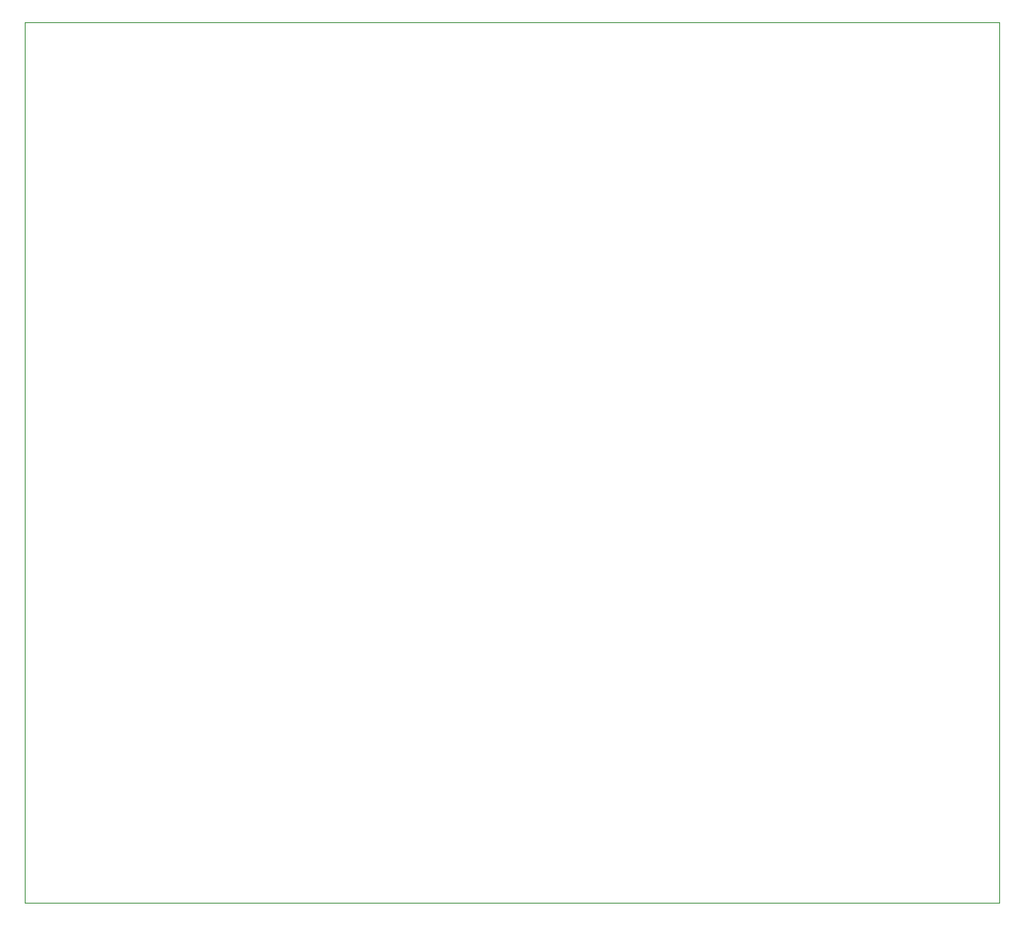
<source format=gbr>
%TF.GenerationSoftware,KiCad,Pcbnew,(6.0.7)*%
%TF.CreationDate,2022-09-14T00:34:43-04:00*%
%TF.ProjectId,Pi_Zero_24_Diff,50695f5a-6572-46f5-9f32-345f44696666,v1*%
%TF.SameCoordinates,Original*%
%TF.FileFunction,Profile,NP*%
%FSLAX46Y46*%
G04 Gerber Fmt 4.6, Leading zero omitted, Abs format (unit mm)*
G04 Created by KiCad (PCBNEW (6.0.7)) date 2022-09-14 00:34:43*
%MOMM*%
%LPD*%
G01*
G04 APERTURE LIST*
%TA.AperFunction,Profile*%
%ADD10C,0.050000*%
%TD*%
G04 APERTURE END LIST*
D10*
X-100118400Y-20899100D02*
X-100118400Y69500900D01*
X-118400Y-20899100D02*
X-100118400Y-20899100D01*
X-100118400Y69500900D02*
X-118400Y69500900D01*
X-118400Y69500900D02*
X-118400Y-20899100D01*
M02*

</source>
